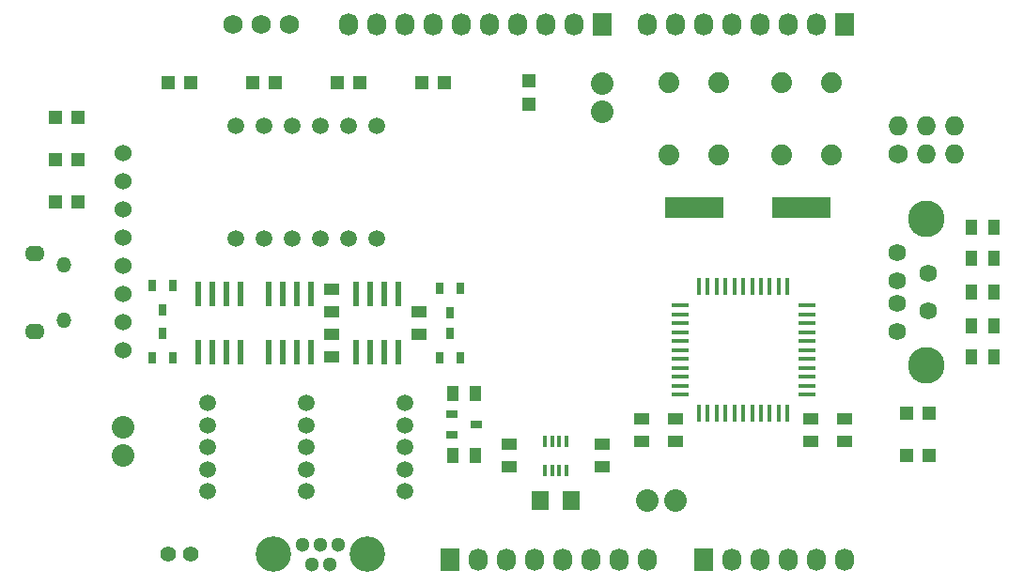
<source format=gts>
G04 #@! TF.FileFunction,Soldermask,Top*
%FSLAX46Y46*%
G04 Gerber Fmt 4.6, Leading zero omitted, Abs format (unit mm)*
G04 Created by KiCad (PCBNEW (2015-06-26 BZR 5832)-product) date Samstag, 01. August 2015 00:29:42*
%MOMM*%
G01*
G04 APERTURE LIST*
%ADD10C,0.150000*%
%ADD11O,1.300000X1.450000*%
%ADD12O,1.800000X1.400000*%
%ADD13R,1.399540X1.099820*%
%ADD14R,1.099820X1.399540*%
%ADD15C,3.302000*%
%ADD16C,1.587500*%
%ADD17C,1.300000*%
%ADD18C,3.200000*%
%ADD19R,1.198880X1.198880*%
%ADD20R,0.609600X2.207260*%
%ADD21C,1.727200*%
%ADD22C,2.032000*%
%ADD23O,2.032000X2.032000*%
%ADD24C,1.422400*%
%ADD25O,1.727200X1.727200*%
%ADD26R,1.727200X2.032000*%
%ADD27O,1.727200X2.032000*%
%ADD28C,1.524000*%
%ADD29R,0.800100X1.000760*%
%ADD30R,1.597660X1.800860*%
%ADD31C,1.500000*%
%ADD32C,1.879600*%
%ADD33R,1.000760X0.800100*%
%ADD34R,0.406400X1.524000*%
%ADD35R,1.524000X0.406400*%
%ADD36R,5.334000X1.930400*%
%ADD37R,0.450000X1.100000*%
G04 APERTURE END LIST*
D10*
D11*
X101379000Y-93258000D03*
X101379000Y-98258000D03*
D12*
X98679000Y-92258000D03*
X98679000Y-99258000D03*
D13*
X125476000Y-101582220D03*
X125476000Y-99585780D03*
X125476000Y-95521780D03*
X125476000Y-97518220D03*
X156464000Y-107205780D03*
X156464000Y-109202220D03*
D14*
X136415780Y-104902000D03*
X138412220Y-104902000D03*
X136415780Y-110490000D03*
X138412220Y-110490000D03*
D13*
X168656000Y-107205780D03*
X168656000Y-109202220D03*
D15*
X179070000Y-89154000D03*
X179070000Y-102362000D03*
D16*
X179197000Y-94043500D03*
X179197000Y-97472500D03*
X176403000Y-94742000D03*
X176403000Y-92202000D03*
X176403000Y-96774000D03*
X176403000Y-99314000D03*
D17*
X126060000Y-118480000D03*
X125260000Y-120280000D03*
X124460000Y-118480000D03*
X123660000Y-120280000D03*
X122860000Y-118480000D03*
D18*
X120260000Y-119380000D03*
X128660000Y-119380000D03*
D19*
X100550980Y-87630000D03*
X102649020Y-87630000D03*
X100550980Y-83820000D03*
X102649020Y-83820000D03*
X110710980Y-76835000D03*
X112809020Y-76835000D03*
X118330980Y-76835000D03*
X120429020Y-76835000D03*
X125950980Y-76835000D03*
X128049020Y-76835000D03*
X133570980Y-76835000D03*
X135669020Y-76835000D03*
X179357020Y-106680000D03*
X177258980Y-106680000D03*
X179357020Y-110490000D03*
X177258980Y-110490000D03*
X100550980Y-80010000D03*
X102649020Y-80010000D03*
X143256000Y-78773020D03*
X143256000Y-76674980D03*
D20*
X117221000Y-95935800D03*
X115951000Y-95935800D03*
X114681000Y-95935800D03*
X113411000Y-95935800D03*
X113411000Y-101168200D03*
X114681000Y-101168200D03*
X115951000Y-101168200D03*
X117221000Y-101168200D03*
X131445000Y-95935800D03*
X130175000Y-95935800D03*
X128905000Y-95935800D03*
X127635000Y-95935800D03*
X127635000Y-101168200D03*
X128905000Y-101168200D03*
X130175000Y-101168200D03*
X131445000Y-101168200D03*
D21*
X121666000Y-71628000D03*
X119126000Y-71628000D03*
X116586000Y-71628000D03*
D22*
X153924000Y-114554000D03*
D23*
X156464000Y-114554000D03*
D22*
X106680000Y-110490000D03*
D23*
X106680000Y-107950000D03*
D22*
X149860000Y-76962000D03*
D23*
X149860000Y-79502000D03*
D13*
X171704000Y-107205780D03*
X171704000Y-109202220D03*
D24*
X112758220Y-119380000D03*
X110761780Y-119380000D03*
D21*
X176530000Y-83312000D03*
D25*
X176530000Y-80772000D03*
X179070000Y-83312000D03*
X179070000Y-80772000D03*
X181610000Y-83312000D03*
X181610000Y-80772000D03*
D26*
X149860000Y-71628000D03*
D27*
X147320000Y-71628000D03*
X144780000Y-71628000D03*
X142240000Y-71628000D03*
X139700000Y-71628000D03*
X137160000Y-71628000D03*
X134620000Y-71628000D03*
X132080000Y-71628000D03*
X129540000Y-71628000D03*
X127000000Y-71628000D03*
D26*
X171704000Y-71628000D03*
D27*
X169164000Y-71628000D03*
X166624000Y-71628000D03*
X164084000Y-71628000D03*
X161544000Y-71628000D03*
X159004000Y-71628000D03*
X156464000Y-71628000D03*
X153924000Y-71628000D03*
D26*
X136144000Y-119888000D03*
D27*
X138684000Y-119888000D03*
X141224000Y-119888000D03*
X143764000Y-119888000D03*
X146304000Y-119888000D03*
X148844000Y-119888000D03*
X151384000Y-119888000D03*
X153924000Y-119888000D03*
D26*
X159004000Y-119888000D03*
D27*
X161544000Y-119888000D03*
X164084000Y-119888000D03*
X166624000Y-119888000D03*
X169164000Y-119888000D03*
X171704000Y-119888000D03*
D28*
X106680000Y-100965000D03*
X106680000Y-98425000D03*
X106680000Y-95885000D03*
X106680000Y-93345000D03*
X106680000Y-90805000D03*
X106680000Y-88265000D03*
X106680000Y-85725000D03*
X106680000Y-83185000D03*
D29*
X110236000Y-97365820D03*
X109283500Y-95166180D03*
X111188500Y-95166180D03*
X110236000Y-99484180D03*
X111188500Y-101683820D03*
X109283500Y-101683820D03*
X136144000Y-97619820D03*
X135191500Y-95420180D03*
X137096500Y-95420180D03*
X136144000Y-99484180D03*
X137096500Y-101683820D03*
X135191500Y-101683820D03*
D13*
X133350000Y-99550220D03*
X133350000Y-97553780D03*
D14*
X183151780Y-95758000D03*
X185148220Y-95758000D03*
X185148220Y-89916000D03*
X183151780Y-89916000D03*
X183151780Y-98806000D03*
X185148220Y-98806000D03*
X183151780Y-92710000D03*
X185148220Y-92710000D03*
X183151780Y-101600000D03*
X185148220Y-101600000D03*
D13*
X149860000Y-111488220D03*
X149860000Y-109491780D03*
X141478000Y-111488220D03*
X141478000Y-109491780D03*
D30*
X144249140Y-114554000D03*
X147088860Y-114554000D03*
D13*
X153416000Y-109202220D03*
X153416000Y-107205780D03*
D31*
X114300000Y-109728000D03*
X114300000Y-111728000D03*
X114300000Y-113728000D03*
X114300000Y-107728000D03*
X114300000Y-105728000D03*
X123190000Y-109728000D03*
X123190000Y-111728000D03*
X123190000Y-113728000D03*
X123190000Y-107728000D03*
X123190000Y-105728000D03*
X132080000Y-109728000D03*
X132080000Y-107728000D03*
X132080000Y-105728000D03*
X132080000Y-111728000D03*
X132080000Y-113728000D03*
D32*
X166014400Y-83388200D03*
X166014400Y-76885800D03*
X170535600Y-83388200D03*
X170535600Y-76885800D03*
X155854400Y-83388200D03*
X155854400Y-76885800D03*
X160375600Y-83388200D03*
X160375600Y-76885800D03*
D31*
X121920000Y-90932000D03*
X119380000Y-90932000D03*
X116840000Y-90932000D03*
X124460000Y-90932000D03*
X127000000Y-90932000D03*
X129540000Y-90932000D03*
X129540000Y-80772000D03*
X127000000Y-80772000D03*
X124460000Y-80772000D03*
X121920000Y-80772000D03*
X119380000Y-80772000D03*
X116840000Y-80772000D03*
D20*
X119761000Y-101168200D03*
X121031000Y-101168200D03*
X122301000Y-101168200D03*
X123571000Y-101168200D03*
X123571000Y-95935800D03*
X122301000Y-95935800D03*
X121031000Y-95935800D03*
X119761000Y-95935800D03*
D33*
X138513820Y-107696000D03*
X136314180Y-108648500D03*
X136314180Y-106743500D03*
D34*
X162560000Y-106680000D03*
X163360100Y-106680000D03*
X164160200Y-106680000D03*
X164960300Y-106680000D03*
X165760400Y-106680000D03*
X166560500Y-106680000D03*
X161759900Y-106680000D03*
X160959800Y-106680000D03*
X160159700Y-106680000D03*
X159359600Y-106680000D03*
X158559500Y-106680000D03*
X162560000Y-95250000D03*
X163360100Y-95250000D03*
X164160200Y-95250000D03*
X164960300Y-95250000D03*
X165760400Y-95250000D03*
X166560500Y-95250000D03*
X161759900Y-95250000D03*
X160959800Y-95250000D03*
X160159700Y-95250000D03*
X159359600Y-95250000D03*
X158559500Y-95250000D03*
D35*
X168275000Y-100965000D03*
X156845000Y-100965000D03*
X168275000Y-100164900D03*
X156845000Y-100164900D03*
X156845000Y-99364800D03*
X168275000Y-99364800D03*
X168275000Y-98564700D03*
X156845000Y-98564700D03*
X156845000Y-97764600D03*
X168275000Y-97764600D03*
X168275000Y-96964500D03*
X156845000Y-96964500D03*
X156845000Y-101765100D03*
X168275000Y-101765100D03*
X168275000Y-102565200D03*
X156845000Y-102565200D03*
X156845000Y-103365300D03*
X168275000Y-103365300D03*
X168275000Y-104165400D03*
X156845000Y-104165400D03*
X156845000Y-104965500D03*
X168275000Y-104965500D03*
D36*
X167767000Y-88138000D03*
X158115000Y-88138000D03*
D37*
X144694000Y-111790000D03*
X145344000Y-111790000D03*
X145994000Y-111790000D03*
X146644000Y-111790000D03*
X146644000Y-109190000D03*
X145994000Y-109190000D03*
X145344000Y-109190000D03*
X144694000Y-109190000D03*
M02*

</source>
